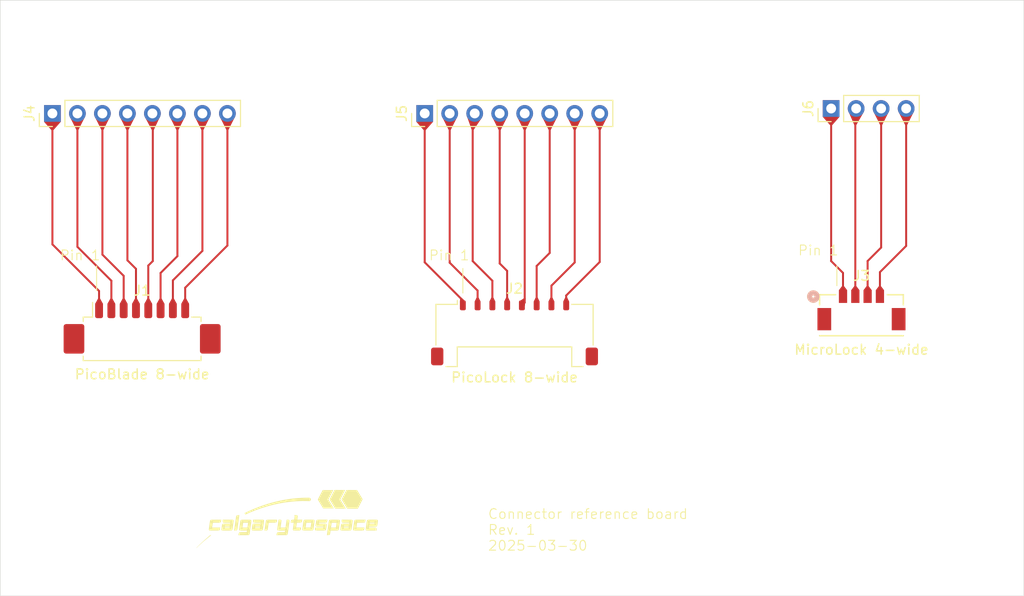
<source format=kicad_pcb>
(kicad_pcb (version 20241229) (generator "pcbnew") (generator_version "9.0")
  (title_block (title "Connector PCB") (date "2025-03-30") (rev "1") (company "CalgaryToSpace"))
  (layers (0 "F.Cu" signal) (2 "B.Cu" signal) (13 "F.Paste" user) (15 "B.Paste" user) (5 "F.SilkS" user "F.Silkscreen") (7 "B.SilkS" user "B.Silkscreen") (1 "F.Mask" user) (3 "B.Mask" user) (25 "Edge.Cuts" user))
  (net 0 "")
  (net 1 "Net-(J1-Pin_8)")
  (net 2 "Net-(J1-Pin_5)")
  (net 3 "Net-(J1-Pin_6)")
  (net 4 "Net-(J1-Pin_7)")
  (net 5 "Net-(J1-Pin_2)")
  (net 6 "Net-(J1-Pin_4)")
  (net 7 "Net-(J1-Pin_1)")
  (net 8 "Net-(J1-Pin_3)")
  (net 9 "Net-(J2-Pin_1)")
  (net 10 "Net-(J2-Pin_2)")
  (net 11 "Net-(J2-Pin_6)")
  (net 12 "Net-(J2-Pin_3)")
  (net 13 "Net-(J2-Pin_7)")
  (net 14 "Net-(J2-Pin_8)")
  (net 15 "Net-(J2-Pin_4)")
  (net 16 "Net-(J2-Pin_5)")
  (net 17 "Net-(J3-Pin_3)")
  (net 18 "Net-(J3-Pin_4)")
  (net 19 "Net-(J3-Pin_1)")
  (net 20 "Net-(J3-Pin_2)")
  (footprint "Connector_PinHeader_2.54mm:PinHeader_1x08_P2.54mm_Vertical" (layer "F.Cu") (at 135.625 70 90)
    (property "Reference" "J5" (at 0 -2.33 90) (layer "F.SilkS"))
    (property "Value" "Conn_01x08_Pin")
    (pad "1" thru_hole rect (at 0 0 90) (size 1.7 1.7) (drill 1) (layers "*.Cu" "*.Mask") (net 9 "Net-(J2-Pin_1)"))
    (pad "2" thru_hole oval (at 0 2.54 90) (size 1.7 1.7) (drill 1) (layers "*.Cu" "*.Mask") (net 10 "Net-(J2-Pin_2)"))
    (pad "3" thru_hole oval (at 0 5.08 90) (size 1.7 1.7) (drill 1) (layers "*.Cu" "*.Mask") (net 12 "Net-(J2-Pin_3)"))
    (pad "4" thru_hole oval (at 0 7.62 90) (size 1.7 1.7) (drill 1) (layers "*.Cu" "*.Mask") (net 15 "Net-(J2-Pin_4)"))
    (pad "5" thru_hole oval (at 0 10.16 90) (size 1.7 1.7) (drill 1) (layers "*.Cu" "*.Mask") (net 16 "Net-(J2-Pin_5)"))
    (pad "6" thru_hole oval (at 0 12.7 90) (size 1.7 1.7) (drill 1) (layers "*.Cu" "*.Mask") (net 11 "Net-(J2-Pin_6)"))
    (pad "7" thru_hole oval (at 0 15.24 90) (size 1.7 1.7) (drill 1) (layers "*.Cu" "*.Mask") (net 13 "Net-(J2-Pin_7)"))
    (pad "8" thru_hole oval (at 0 17.78 90) (size 1.7 1.7) (drill 1) (layers "*.Cu" "*.Mask") (net 14 "Net-(J2-Pin_8)"))
  )
  (footprint "Connector_Molex:Molex_Pico-Lock_504050-0891_1x08-1MP_P1.50mm_Horizontal" (layer "F.Cu") (at 144.75 92.295)
    (property "Reference" "J2" (at 0 -4.5 0) (layer "F.SilkS"))
    (property "Value" "PicoLock 8-wide" (at 0 4.52 0) (layer "F.SilkS"))
    (pad "1" smd roundrect (at -5.25 -2.795) (size 0.6 1) (layers "F.Cu" "F.Mask" "F.Paste") (net 9 "Net-(J2-Pin_1)"))
    (pad "2" smd roundrect (at -3.75 -2.795) (size 0.6 1) (layers "F.Cu" "F.Mask" "F.Paste") (net 10 "Net-(J2-Pin_2)"))
    (pad "3" smd roundrect (at -2.25 -2.795) (size 0.6 1) (layers "F.Cu" "F.Mask" "F.Paste") (net 12 "Net-(J2-Pin_3)"))
    (pad "4" smd roundrect (at -0.75 -2.795) (size 0.6 1) (layers "F.Cu" "F.Mask" "F.Paste") (net 15 "Net-(J2-Pin_4)"))
    (pad "5" smd roundrect (at 0.75 -2.795) (size 0.6 1) (layers "F.Cu" "F.Mask" "F.Paste") (net 16 "Net-(J2-Pin_5)"))
    (pad "6" smd roundrect (at 2.25 -2.795) (size 0.6 1) (layers "F.Cu" "F.Mask" "F.Paste") (net 11 "Net-(J2-Pin_6)"))
    (pad "7" smd roundrect (at 3.75 -2.795) (size 0.6 1) (layers "F.Cu" "F.Mask" "F.Paste") (net 13 "Net-(J2-Pin_7)"))
    (pad "8" smd roundrect (at 5.25 -2.795) (size 0.6 1) (layers "F.Cu" "F.Mask" "F.Paste") (net 14 "Net-(J2-Pin_8)"))
    (pad "MP" smd roundrect (at -7.855 2.395) (size 1.25 1.8) (layers "F.Cu" "F.Mask" "F.Paste") (roundrect_rratio 0.2))
    (pad "MP" smd roundrect (at 7.855 2.395) (size 1.25 1.8) (layers "F.Cu" "F.Mask" "F.Paste") (roundrect_rratio 0.2))
  )
  (footprint "microlock:CONN04_5055670471_MOL" (layer "F.Cu") (at 180 90.5 180)
    (property "Reference" "J3" (at 0 4 0) (layer "F.SilkS"))
    (property "Value" "MicroLock 4-wide" (at 0 -3.5 0) (layer "F.SilkS"))
    (pad "1" smd rect (at 1.875 1.8942 180) (size 0.8382 1.2954) (layers "F.Cu" "F.Mask" "F.Paste") (net 19 "Net-(J3-Pin_1)"))
    (pad "2" smd rect (at 0.625 1.8942 180) (size 0.8382 1.2954) (layers "F.Cu" "F.Mask" "F.Paste") (net 20 "Net-(J3-Pin_2)"))
    (pad "3" smd rect (at -0.625 1.8942 180) (size 0.8382 1.2954) (layers "F.Cu" "F.Mask" "F.Paste") (net 17 "Net-(J3-Pin_3)"))
    (pad "4" smd rect (at -1.875 1.8942 180) (size 0.8382 1.2954) (layers "F.Cu" "F.Mask" "F.Paste") (net 18 "Net-(J3-Pin_4)"))
    (pad "5" smd rect (at -3.775001 -0.40069 180) (size 1.397 2.2606) (layers "F.Cu" "F.Mask" "F.Paste"))
    (pad "6" smd rect (at 3.775001 -0.40069 180) (size 1.397 2.2606) (layers "F.Cu" "F.Mask" "F.Paste"))
  )
  (footprint "Connector_PinHeader_2.54mm:PinHeader_1x04_P2.54mm_Vertical" (layer "F.Cu") (at 176.92 69.5 90)
    (property "Reference" "J6" (at 0 -2.33 90) (layer "F.SilkS"))
    (property "Value" "Conn_01x04_Pin")
    (pad "1" thru_hole rect (at 0 0 90) (size 1.7 1.7) (drill 1) (layers "*.Cu" "*.Mask") (net 19 "Net-(J3-Pin_1)"))
    (pad "2" thru_hole oval (at 0 2.54 90) (size 1.7 1.7) (drill 1) (layers "*.Cu" "*.Mask") (net 20 "Net-(J3-Pin_2)"))
    (pad "3" thru_hole oval (at 0 5.08 90) (size 1.7 1.7) (drill 1) (layers "*.Cu" "*.Mask") (net 17 "Net-(J3-Pin_3)"))
    (pad "4" thru_hole oval (at 0 7.62 90) (size 1.7 1.7) (drill 1) (layers "*.Cu" "*.Mask") (net 18 "Net-(J3-Pin_4)"))
  )
  (footprint "Connector_Molex:Molex_PicoBlade_53261-0871_1x08-1MP_P1.25mm_Horizontal" (layer "F.Cu") (at 106.915 92.4)
    (property "Reference" "J1" (at 0 -4.4 0) (layer "F.SilkS"))
    (property "Value" "PicoBlade 8-wide" (at 0 4.1 0) (layer "F.SilkS"))
    (pad "1" smd roundrect (at -4.375 -2.4) (size 0.8 1.6) (layers "F.Cu" "F.Mask" "F.Paste") (net 7 "Net-(J1-Pin_1)"))
    (pad "2" smd roundrect (at -3.125 -2.4) (size 0.8 1.6) (layers "F.Cu" "F.Mask" "F.Paste") (net 5 "Net-(J1-Pin_2)"))
    (pad "3" smd roundrect (at -1.875 -2.4) (size 0.8 1.6) (layers "F.Cu" "F.Mask" "F.Paste") (net 8 "Net-(J1-Pin_3)"))
    (pad "4" smd roundrect (at -0.625 -2.4) (size 0.8 1.6) (layers "F.Cu" "F.Mask" "F.Paste") (net 6 "Net-(J1-Pin_4)"))
    (pad "5" smd roundrect (at 0.625 -2.4) (size 0.8 1.6) (layers "F.Cu" "F.Mask" "F.Paste") (net 2 "Net-(J1-Pin_5)"))
    (pad "6" smd roundrect (at 1.875 -2.4) (size 0.8 1.6) (layers "F.Cu" "F.Mask" "F.Paste") (net 3 "Net-(J1-Pin_6)"))
    (pad "7" smd roundrect (at 3.125 -2.4) (size 0.8 1.6) (layers "F.Cu" "F.Mask" "F.Paste") (net 4 "Net-(J1-Pin_7)"))
    (pad "8" smd roundrect (at 4.375 -2.4) (size 0.8 1.6) (layers "F.Cu" "F.Mask" "F.Paste") (net 1 "Net-(J1-Pin_8)"))
    (pad "MP" smd roundrect (at -6.925 0.5) (size 2.1 3) (layers "F.Cu" "F.Mask" "F.Paste") (roundrect_rratio 0.119048))
    (pad "MP" smd roundrect (at 6.925 0.5) (size 2.1 3) (layers "F.Cu" "F.Mask" "F.Paste") (roundrect_rratio 0.119048))
  )
  (footprint "logo:ctslogo1x2cm" (layer "F.Cu") (at 121.5 111)
    (property "Reference" "G***" (hide yes))
    (property "Value" "LOGO" (hide yes))
  )
  (footprint "Connector_PinHeader_2.54mm:PinHeader_1x08_P2.54mm_Vertical" (layer "F.Cu") (at 97.8 70 90)
    (property "Reference" "J4" (at 0 -2.33 90) (layer "F.SilkS"))
    (property "Value" "Conn_01x08_Pin")
    (pad "1" thru_hole rect (at 0 0 90) (size 1.7 1.7) (drill 1) (layers "*.Cu" "*.Mask") (net 7 "Net-(J1-Pin_1)"))
    (pad "2" thru_hole oval (at 0 2.54 90) (size 1.7 1.7) (drill 1) (layers "*.Cu" "*.Mask") (net 5 "Net-(J1-Pin_2)"))
    (pad "3" thru_hole oval (at 0 5.08 90) (size 1.7 1.7) (drill 1) (layers "*.Cu" "*.Mask") (net 8 "Net-(J1-Pin_3)"))
    (pad "4" thru_hole oval (at 0 7.62 90) (size 1.7 1.7) (drill 1) (layers "*.Cu" "*.Mask") (net 6 "Net-(J1-Pin_4)"))
    (pad "5" thru_hole oval (at 0 10.16 90) (size 1.7 1.7) (drill 1) (layers "*.Cu" "*.Mask") (net 2 "Net-(J1-Pin_5)"))
    (pad "6" thru_hole oval (at 0 12.7 90) (size 1.7 1.7) (drill 1) (layers "*.Cu" "*.Mask") (net 3 "Net-(J1-Pin_6)"))
    (pad "7" thru_hole oval (at 0 15.24 90) (size 1.7 1.7) (drill 1) (layers "*.Cu" "*.Mask") (net 4 "Net-(J1-Pin_7)"))
    (pad "8" thru_hole oval (at 0 17.78 90) (size 1.7 1.7) (drill 1) (layers "*.Cu" "*.Mask") (net 1 "Net-(J1-Pin_8)"))
  )
  (gr_line (start 177.5 87.5) (end 177.5 85.5) (stroke (width 0.1)) (layer "F.SilkS"))
  (gr_line (start 139.5 85.75) (end 139.5 88.25) (stroke (width 0.1)) (layer "F.SilkS"))
  (gr_line (start 102.29 88) (end 102.29 85.5) (stroke (width 0.1)) (layer "F.SilkS"))
  (gr_rect (start 92.5 58.5) (end 196.5 119) (stroke (width 0.05)) (fill no) (layer "Edge.Cuts"))
  (gr_text "Pin 1" (at 173.5 84.5 0) (layer "F.SilkS") (effects (font (size 1 1) (thickness 0.1)) (justify left bottom)))
  (gr_text "Pin 1" (at 98.5 85 0) (layer "F.SilkS") (effects (font (size 1 1) (thickness 0.1)) (justify left bottom)))
  (gr_text "Pin 1" (at 136 85 0) (layer "F.SilkS") (effects (font (size 1 1) (thickness 0.1)) (justify left bottom)))
  (gr_text "Connector reference board\nRev. 1 \n2025-03-30" (at 142 114.5 0) (layer "F.SilkS") (effects (font (size 1 1) (thickness 0.1)) (justify left bottom)))
  (segment (start 111.29 87.71) (end 115.58 83.42) (width 0.2) (layer "F.Cu") (net 1))
  (segment (start 111.29 90) (end 111.29 87.71) (width 0.2) (layer "F.Cu") (net 1))
  (segment (start 115.58 83.42) (end 115.58 70) (width 0.2) (layer "F.Cu") (net 1))
  (segment (start 108 70.04) (end 107.96 70) (width 0.2) (layer "F.Cu") (net 2))
  (segment (start 107.54 90) (end 107.54 85.46) (width 0.2) (layer "F.Cu") (net 2))
  (segment (start 107.54 85.46) (end 108 85) (width 0.2) (layer "F.Cu") (net 2))
  (segment (start 108 85) (end 108 70.04) (width 0.2) (layer "F.Cu") (net 2))
  (segment (start 110.5 84.5) (end 108.79 86.21) (width 0.2) (layer "F.Cu") (net 3))
  (segment (start 108.79 86.21) (end 108.79 90) (width 0.2) (layer "F.Cu") (net 3))
  (segment (start 110.5 70) (end 110.5 84.5) (width 0.2) (layer "F.Cu") (net 3))
  (segment (start 110.04 90) (end 110.04 86.96) (width 0.2) (layer "F.Cu") (net 4))
  (segment (start 110.04 86.96) (end 113.04 83.96) (width 0.2) (layer "F.Cu") (net 4))
  (segment (start 113.04 83.96) (end 113.04 70) (width 0.2) (layer "F.Cu") (net 4))
  (segment (start 100.34 83.55) (end 100.34 70) (width 0.2) (layer "F.Cu") (net 5))
  (segment (start 103.79 90) (end 103.79 87) (width 0.2) (layer "F.Cu") (net 5))
  (segment (start 103.79 87) (end 100.34 83.55) (width 0.2) (layer "F.Cu") (net 5))
  (segment (start 106.29 90) (end 106.29 85.79) (width 0.2) (layer "F.Cu") (net 6))
  (segment (start 106.29 85.79) (end 105.42 84.92) (width 0.2) (layer "F.Cu") (net 6))
  (segment (start 105.42 84.92) (end 105.42 70) (width 0.2) (layer "F.Cu") (net 6))
  (segment (start 102.54 90) (end 102.54 88.04) (width 0.2) (layer "F.Cu") (net 7))
  (segment (start 102.54 88.04) (end 97.8 83.3) (width 0.2) (layer "F.Cu") (net 7))
  (segment (start 97.8 83.3) (end 97.8 70) (width 0.2) (layer "F.Cu") (net 7))
  (segment (start 105.04 86.5) (end 102.88 84.34) (width 0.2) (layer "F.Cu") (net 8))
  (segment (start 102.88 84.34) (end 102.88 70) (width 0.2) (layer "F.Cu") (net 8))
  (segment (start 105.04 90) (end 105.04 86.5) (width 0.2) (layer "F.Cu") (net 8))
  (segment (start 139.5 89.5) (end 139.5 89) (width 0.2) (layer "F.Cu") (net 9))
  (segment (start 135.625 85.125) (end 135.625 70) (width 0.2) (layer "F.Cu") (net 9))
  (segment (start 139.5 89) (end 135.625 85.125) (width 0.2) (layer "F.Cu") (net 9))
  (segment (start 141 88) (end 138.165 85.165) (width 0.2) (layer "F.Cu") (net 10))
  (segment (start 141 89.5) (end 141 88) (width 0.2) (layer "F.Cu") (net 10))
  (segment (start 138.165 85.165) (end 138.165 70) (width 0.2) (layer "F.Cu") (net 10))
  (segment (start 148.325 84.175) (end 147 85.5) (width 0.2) (layer "F.Cu") (net 11))
  (segment (start 147 85.5) (end 147 89.5) (width 0.2) (layer "F.Cu") (net 11))
  (segment (start 148.325 70) (end 148.325 84.175) (width 0.2) (layer "F.Cu") (net 11))
  (segment (start 142.5 87) (end 142.5 89.5) (width 0.2) (layer "F.Cu") (net 12))
  (segment (start 140.5 85) (end 142.5 87) (width 0.2) (layer "F.Cu") (net 12))
  (segment (start 140.705 70) (end 140.5 70.205) (width 0.2) (layer "F.Cu") (net 12))
  (segment (start 140.5 70.205) (end 140.5 85) (width 0.2) (layer "F.Cu") (net 12))
  (segment (start 148.5 89.5) (end 148.5 87.5) (width 0.2) (layer "F.Cu") (net 13))
  (segment (start 150.865 85.135) (end 150.865 70) (width 0.2) (layer "F.Cu") (net 13))
  (segment (start 148.5 87.5) (end 150.865 85.135) (width 0.2) (layer "F.Cu") (net 13))
  (segment (start 150 88.5) (end 153.405 85.095) (width 0.2) (layer "F.Cu") (net 14))
  (segment (start 153.405 85.095) (end 153.405 70) (width 0.2) (layer "F.Cu") (net 14))
  (segment (start 150 89.5) (end 150 88.5) (width 0.2) (layer "F.Cu") (net 14))
  (segment (start 143.245 85.245) (end 143.245 70) (width 0.2) (layer "F.Cu") (net 15))
  (segment (start 144 86) (end 143.245 85.245) (width 0.2) (layer "F.Cu") (net 15))
  (segment (start 144 89.5) (end 144 86) (width 0.2) (layer "F.Cu") (net 15))
  (segment (start 145.785 89.215) (end 145.5 89.5) (width 0.2) (layer "F.Cu") (net 16))
  (segment (start 145.785 70) (end 145.785 89.215) (width 0.2) (layer "F.Cu") (net 16))
  (segment (start 182 83.625) (end 180.625 85) (width 0.2) (layer "F.Cu") (net 17))
  (segment (start 182 69.5) (end 182 83.625) (width 0.2) (layer "F.Cu") (net 17))
  (segment (start 180.625 85) (end 180.625 88.6058) (width 0.2) (layer "F.Cu") (net 17))
  (segment (start 181.875 86.125) (end 181.875 88.6058) (width 0.2) (layer "F.Cu") (net 18))
  (segment (start 184.54 69.5) (end 184.54 83.46) (width 0.2) (layer "F.Cu") (net 18))
  (segment (start 184.54 83.46) (end 181.875 86.125) (width 0.2) (layer "F.Cu") (net 18))
  (segment (start 176.5 70) (end 176.560037 70.060037) (width 0.2) (layer "F.Cu") (net 19))
  (segment (start 176.92 69.5) (end 176.92 85) (width 0.2) (layer "F.Cu") (net 19))
  (segment (start 178.125 86.205) (end 178.125 88.6058) (width 0.2) (layer "F.Cu") (net 19))
  (segment (start 176.92 85) (end 178.125 86.205) (width 0.2) (layer "F.Cu") (net 19))
  (segment (start 179.375 69.585) (end 179.46 69.5) (width 0.2) (layer "F.Cu") (net 20))
  (segment (start 179.375 88.6058) (end 179.375 69.585) (width 0.2) (layer "F.Cu") (net 20))
)
</source>
